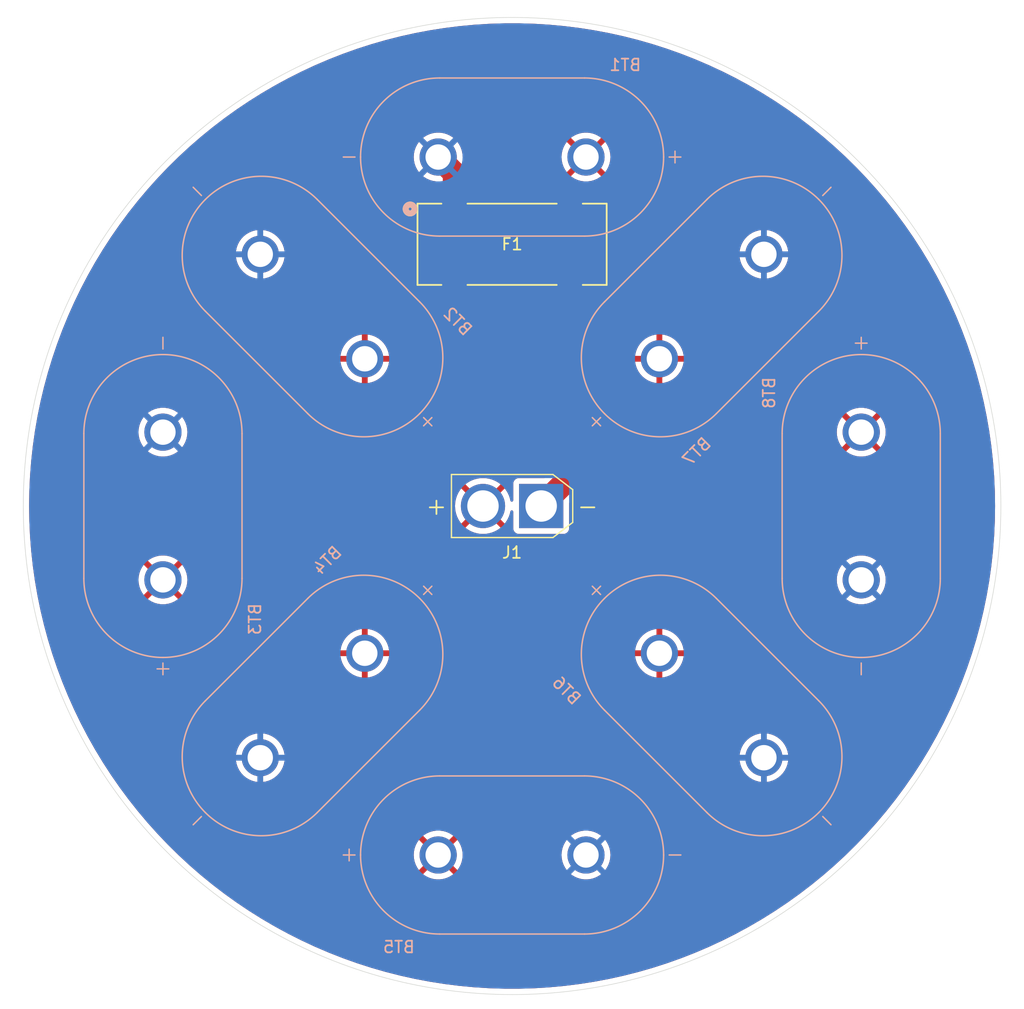
<source format=kicad_pcb>
(kicad_pcb (version 20240108) (generator "pcbnew") (generator_version "8.0")
  (layers (0 "F.Cu" signal) (31 "B.Cu" signal) (34 "B.Paste" user) (35 "F.Paste" user) (36 "B.SilkS" user "B.Silkscreen") (37 "F.SilkS" user "F.Silkscreen") (38 "B.Mask" user) (39 "F.Mask" user) (44 "Edge.Cuts" user))
  (net 0 "")
  (net 1 "+9V")
  (net 2 "GND")
  (net 3 "Net-(J1-Pin_1)")
  (footprint "MINI Fuse Holder Blade:3588_KEY" (layer "F.Cu") (at 150 77.5)
    (property "Reference" "F1" (at 0 0 0) (layer "F.SilkS"))
    (property "Value" "3588")
    (fp_circle (center -8.763 -3.0353) (end -8.382 -3.0353) (stroke (width 0.508)) (fill none) (layer "B.SilkS"))
    (fp_line (start -8.128 -3.4925) (end -8.128 3.4925) (stroke (width 0.1524)) (layer "F.SilkS"))
    (fp_line (start -8.128 3.4925) (end -6.07314 3.4925) (stroke (width 0.1524)) (layer "F.SilkS"))
    (fp_line (start -6.07314 -3.4925) (end -8.128 -3.4925) (stroke (width 0.1524)) (layer "F.SilkS"))
    (fp_line (start -3.83286 3.4925) (end 3.83286 3.4925) (stroke (width 0.1524)) (layer "F.SilkS"))
    (fp_line (start 3.83286 -3.4925) (end -3.83286 -3.4925) (stroke (width 0.1524)) (layer "F.SilkS"))
    (fp_line (start 6.07314 3.4925) (end 8.128 3.4925) (stroke (width 0.1524)) (layer "F.SilkS"))
    (fp_line (start 8.128 -3.4925) (end 6.07314 -3.4925) (stroke (width 0.1524)) (layer "F.SilkS"))
    (fp_line (start 8.128 3.4925) (end 8.128 -3.4925) (stroke (width 0.1524)) (layer "F.SilkS"))
    (fp_circle (center -8.763 -3.0353) (end -8.382 -3.0353) (stroke (width 0.508)) (fill none) (layer "F.SilkS"))
    (pad "1" smd rect (at -4.953 -3.0353) (size 1.5748 2.8194) (layers "F.Cu" "F.Paste" "F.Mask") (net 2 "GND"))
    (pad "2" smd rect (at -4.953 3.0353) (size 1.5748 2.8194) (layers "F.Cu" "F.Paste" "F.Mask") (net 2 "GND"))
    (pad "3" smd rect (at 4.953 -3.0353) (size 1.5748 2.8194) (layers "F.Cu" "F.Paste" "F.Mask") (net 3 "Net-(J1-Pin_1)"))
    (pad "4" smd rect (at 4.953 3.0353) (size 1.5748 2.8194) (layers "F.Cu" "F.Paste" "F.Mask") (net 3 "Net-(J1-Pin_1)"))
  )
  (footprint "Connector_AMASS:AMASS_XT30U-M_1x02_P5.0mm_Vertical" (layer "F.Cu") (at 152.5 100 180)
    (property "Reference" "J1" (at 2.5 -4 0) (layer "F.SilkS"))
    (property "Value" "Conn_01x02_Socket")
    (fp_line (start 7.71 -2.71) (end 7.71 2.71) (stroke (width 0.12)) (layer "F.SilkS"))
    (fp_line (start -1.01 2.71) (end 7.71 2.71) (stroke (width 0.12)) (layer "F.SilkS"))
    (fp_line (start -1.01 -2.71) (end 7.71 -2.71) (stroke (width 0.12)) (layer "F.SilkS"))
    (fp_line (start -2.71 1.41) (end -1.01 2.71) (stroke (width 0.12)) (layer "F.SilkS"))
    (fp_line (start -2.71 -1.41) (end -1.01 -2.71) (stroke (width 0.12)) (layer "F.SilkS"))
    (fp_line (start -2.71 -1.41) (end -2.71 1.41) (stroke (width 0.12)) (layer "F.SilkS"))
    (fp_text user "+" (at 9 0 0) (layer "F.SilkS") (effects (font (size 1.5 1.5))))
    (fp_text user "-" (at -4 0 0) (layer "F.SilkS") (effects (font (size 1.5 1.5))))
    (pad "1" thru_hole rect (at 0 0 180) (size 3.8 3.8) (drill 2.7) (layers "*.Cu" "*.Mask") (net 3 "Net-(J1-Pin_1)"))
    (pad "2" thru_hole circle (at 5 0 180) (size 3.8 3.8) (drill 2.7) (layers "*.Cu" "*.Mask") (net 1 "+9V"))
  )
  (footprint "9V Battery Holder:9V Battery Holder" (layer "B.Cu") (at 180 100 -90)
    (property "Reference" "BT8" (at -9.725 7.915 90) (layer "B.SilkS") (effects (justify mirror)))
    (property "Value" "967")
    (fp_line (start 6.225 6.795) (end -6.225 6.795) (stroke (width 0.127)) (layer "B.SilkS"))
    (fp_line (start -13.5 0) (end -14.5 0) (stroke (width 0.127)) (layer "B.SilkS"))
    (fp_line (start 14.5 0) (end 13.5 0) (stroke (width 0.127)) (layer "B.SilkS"))
    (fp_line (start -14 -0.5) (end -14 0.5) (stroke (width 0.127)) (layer "B.SilkS"))
    (fp_line (start -6.225 -6.795) (end 6.225 -6.795) (stroke (width 0.127)) (layer "B.SilkS"))
    (fp_arc (start -6.225 6.795) (mid -11.029791 4.804791) (end -13.02 0) (stroke (width 0.127)) (layer "B.SilkS"))
    (fp_arc (start -13.02 0) (mid -11.029791 -4.804791) (end -6.225 -6.795) (stroke (width 0.127)) (layer "B.SilkS"))
    (fp_arc (start 13.02 0) (mid 11.029791 4.804791) (end 6.225 6.795) (stroke (width 0.127)) (layer "B.SilkS"))
    (fp_arc (start 6.225 -6.795) (mid 11.029791 -4.804791) (end 13.02 0) (stroke (width 0.127)) (layer "B.SilkS"))
    (pad "N" thru_hole circle (at 6.35 0 270) (size 3.196 3.196) (drill 2.18) (layers "*.Cu" "*.Mask") (net 2 "GND"))
    (pad "P" thru_hole circle (at -6.35 0 270) (size 3.196 3.196) (drill 2.18) (layers "*.Cu" "*.Mask") (net 1 "+9V"))
  )
  (footprint "9V Battery Holder:9V Battery Holder" (layer "B.Cu") (at 167.147339 117.147339 -45)
    (property "Reference" "BT6" (at -9.725 7.915 135) (layer "B.SilkS") (effects (justify mirror)))
    (property "Value" "967")
    (fp_line (start -14 -0.499999) (end -14 0.499999) (stroke (width 0.127)) (layer "B.SilkS"))
    (fp_line (start -13.500001 0) (end -14.5 0) (stroke (width 0.127)) (layer "B.SilkS"))
    (fp_line (start 6.225 6.795) (end -6.225 6.795) (stroke (width 0.127)) (layer "B.SilkS"))
    (fp_line (start -6.225 -6.795) (end 6.225 -6.795) (stroke (width 0.127)) (layer "B.SilkS"))
    (fp_line (start 14.5 0) (end 13.500001 0) (stroke (width 0.127)) (layer "B.SilkS"))
    (fp_arc (start -13.02 0) (mid -11.02979 -4.804789) (end -6.225 -6.795) (stroke (width 0.127)) (layer "B.SilkS"))
    (fp_arc (start -6.225 6.795) (mid -11.029791 4.804791) (end -13.02 0) (stroke (width 0.127)) (layer "B.SilkS"))
    (fp_arc (start 6.225 -6.795) (mid 11.029791 -4.804791) (end 13.02 0) (stroke (width 0.127)) (layer "B.SilkS"))
    (fp_arc (start 13.02 0) (mid 11.02979 4.804789) (end 6.225 6.795) (stroke (width 0.127)) (layer "B.SilkS"))
    (pad "N" thru_hole circle (at 6.35 0 315) (size 3.196 3.196) (drill 2.18) (layers "*.Cu" "*.Mask") (net 2 "GND"))
    (pad "P" thru_hole circle (at -6.35 0 315) (size 3.196 3.196) (drill 2.18) (layers "*.Cu" "*.Mask") (net 1 "+9V"))
  )
  (footprint "9V Battery Holder:9V Battery Holder" (layer "B.Cu") (at 150 129.999999)
    (property "Reference" "BT5" (at -9.725 7.915 0) (layer "B.SilkS") (effects (justify mirror)))
    (property "Value" "967")
    (fp_line (start -14 -0.5) (end -14 0.5) (stroke (width 0.127)) (layer "B.SilkS"))
    (fp_line (start -13.5 0) (end -14.5 0) (stroke (width 0.127)) (layer "B.SilkS"))
    (fp_line (start -6.225 -6.795) (end 6.225 -6.795) (stroke (width 0.127)) (layer "B.SilkS"))
    (fp_line (start 6.225 6.795) (end -6.225 6.795) (stroke (width 0.127)) (layer "B.SilkS"))
    (fp_line (start 14.5 0) (end 13.5 0) (stroke (width 0.127)) (layer "B.SilkS"))
    (fp_arc (start -13.02 0) (mid -11.029791 -4.804791) (end -6.225 -6.795) (stroke (width 0.127)) (layer "B.SilkS"))
    (fp_arc (start -6.225 6.795) (mid -11.029791 4.804791) (end -13.02 0) (stroke (width 0.127)) (layer "B.SilkS"))
    (fp_arc (start 6.225 -6.795) (mid 11.029791 -4.804791) (end 13.02 0) (stroke (width 0.127)) (layer "B.SilkS"))
    (fp_arc (start 13.02 0) (mid 11.029791 4.804791) (end 6.225 6.795) (stroke (width 0.127)) (layer "B.SilkS"))
    (pad "N" thru_hole circle (at 6.35 0) (size 3.196 3.196) (drill 2.18) (layers "*.Cu" "*.Mask") (net 2 "GND"))
    (pad "P" thru_hole circle (at -6.35 0) (size 3.196 3.196) (drill 2.18) (layers "*.Cu" "*.Mask") (net 1 "+9V"))
  )
  (footprint "9V Battery Holder:9V Battery Holder" (layer "B.Cu") (at 120.000001 100 90)
    (property "Reference" "BT3" (at -9.725 7.915 90) (layer "B.SilkS") (effects (justify mirror)))
    (property "Value" "967")
    (fp_line (start -6.225 -6.795) (end 6.225 -6.795) (stroke (width 0.127)) (layer "B.SilkS"))
    (fp_line (start -14 -0.5) (end -14 0.5) (stroke (width 0.127)) (layer "B.SilkS"))
    (fp_line (start 14.5 0) (end 13.5 0) (stroke (width 0.127)) (layer "B.SilkS"))
    (fp_line (start -13.5 0) (end -14.5 0) (stroke (width 0.127)) (layer "B.SilkS"))
    (fp_line (start 6.225 6.795) (end -6.225 6.795) (stroke (width 0.127)) (layer "B.SilkS"))
    (fp_arc (start 6.225 -6.795) (mid 11.029791 -4.804791) (end 13.02 0) (stroke (width 0.127)) (layer "B.SilkS"))
    (fp_arc (start 13.02 0) (mid 11.029791 4.804791) (end 6.225 6.795) (stroke (width 0.127)) (layer "B.SilkS"))
    (fp_arc (start -13.02 0) (mid -11.029791 -4.804791) (end -6.225 -6.795) (stroke (width 0.127)) (layer "B.SilkS"))
    (fp_arc (start -6.225 6.795) (mid -11.029791 4.804791) (end -13.02 0) (stroke (width 0.127)) (layer "B.SilkS"))
    (pad "N" thru_hole circle (at 6.35 0 90) (size 3.196 3.196) (drill 2.18) (layers "*.Cu" "*.Mask") (net 2 "GND"))
    (pad "P" thru_hole circle (at -6.35 0 90) (size 3.196 3.196) (drill 2.18) (layers "*.Cu" "*.Mask") (net 1 "+9V"))
  )
  (footprint "9V Battery Holder:9V Battery Holder" (layer "B.Cu") (at 132.852661 82.852661 135)
    (property "Reference" "BT2" (at -9.725 7.915 135) (layer "B.SilkS") (effects (justify mirror)))
    (property "Value" "967")
    (fp_line (start 14.5 0) (end 13.500001 0) (stroke (width 0.127)) (layer "B.SilkS"))
    (fp_line (start -6.225 -6.795) (end 6.225 -6.795) (stroke (width 0.127)) (layer "B.SilkS"))
    (fp_line (start 6.225 6.795) (end -6.225 6.795) (stroke (width 0.127)) (layer "B.SilkS"))
    (fp_line (start -13.500001 0) (end -14.5 0) (stroke (width 0.127)) (layer "B.SilkS"))
    (fp_line (start -14 -0.499999) (end -14 0.499999) (stroke (width 0.127)) (layer "B.SilkS"))
    (fp_arc (start 13.02 0) (mid 11.02979 4.804789) (end 6.225 6.795) (stroke (width 0.127)) (layer "B.SilkS"))
    (fp_arc (start 6.225 -6.795) (mid 11.029791 -4.804791) (end 13.02 0) (stroke (width 0.127)) (layer "B.SilkS"))
    (fp_arc (start -6.225 6.795) (mid -11.029791 4.804791) (end -13.02 0) (stroke (width 0.127)) (layer "B.SilkS"))
    (fp_arc (start -13.02 0) (mid -11.02979 -4.804789) (end -6.225 -6.795) (stroke (width 0.127)) (layer "B.SilkS"))
    (pad "N" thru_hole circle (at 6.35 0 135) (size 3.196 3.196) (drill 2.18) (layers "*.Cu" "*.Mask") (net 2 "GND"))
    (pad "P" thru_hole circle (at -6.35 0 135) (size 3.196 3.196) (drill 2.18) (layers "*.Cu" "*.Mask") (net 1 "+9V"))
  )
  (footprint "9V Battery Holder:9V Battery Holder" (layer "B.Cu") (at 150 70.000001 180)
    (property "Reference" "BT1" (at -9.725 7.915 0) (layer "B.SilkS") (effects (justify mirror)))
    (property "Value" "967")
    (fp_line (start 14.5 0) (end 13.5 0) (stroke (width 0.127)) (layer "B.SilkS"))
    (fp_line (start 6.225 6.795) (end -6.225 6.795) (stroke (width 0.127)) (layer "B.SilkS"))
    (fp_line (start -6.225 -6.795) (end 6.225 -6.795) (stroke (width 0.127)) (layer "B.SilkS"))
    (fp_line (start -13.5 0) (end -14.5 0) (stroke (width 0.127)) (layer "B.SilkS"))
    (fp_line (start -14 -0.5) (end -14 0.5) (stroke (width 0.127)) (layer "B.SilkS"))
    (fp_arc (start 13.02 0) (mid 11.029791 4.804791) (end 6.225 6.795) (stroke (width 0.127)) (layer "B.SilkS"))
    (fp_arc (start 6.225 -6.795) (mid 11.029791 -4.804791) (end 13.02 0) (stroke (width 0.127)) (layer "B.SilkS"))
    (fp_arc (start -6.225 6.795) (mid -11.029791 4.804791) (end -13.02 0) (stroke (width 0.127)) (layer "B.SilkS"))
    (fp_arc (start -13.02 0) (mid -11.029791 -4.804791) (end -6.225 -6.795) (stroke (width 0.127)) (layer "B.SilkS"))
    (pad "N" thru_hole circle (at 6.35 0 180) (size 3.196 3.196) (drill 2.18) (layers "*.Cu" "*.Mask") (net 2 "GND"))
    (pad "P" thru_hole circle (at -6.35 0 180) (size 3.196 3.196) (drill 2.18) (layers "*.Cu" "*.Mask") (net 1 "+9V"))
  )
  (footprint "9V Battery Holder:9V Battery Holder" (layer "B.Cu") (at 132.852661 117.147339 -135)
    (property "Reference" "BT4" (at -9.725 7.915 45) (layer "B.SilkS") (effects (justify mirror)))
    (property "Value" "967")
    (fp_line (start 14.5 0) (end 13.500001 0) (stroke (width 0.127)) (layer "B.SilkS"))
    (fp_line (start 6.225 6.795) (end -6.225 6.795) (stroke (width 0.127)) (layer "B.SilkS"))
    (fp_line (start -6.225 -6.795) (end 6.225 -6.795) (stroke (width 0.127)) (layer "B.SilkS"))
    (fp_line (start -13.500001 0) (end -14.5 0) (stroke (width 0.127)) (layer "B.SilkS"))
    (fp_line (start -14 -0.499999) (end -14 0.499999) (stroke (width 0.127)) (layer "B.SilkS"))
    (fp_arc (start 13.02 0) (mid 11.02979 4.804789) (end 6.225 6.795) (stroke (width 0.127)) (layer "B.SilkS"))
    (fp_arc (start -6.225 6.795) (mid -11.029791 4.804791) (end -13.02 0) (stroke (width 0.127)) (layer "B.SilkS"))
    (fp_arc (start 6.225 -6.795) (mid 11.029791 -4.804791) (end 13.02 0) (stroke (width 0.127)) (layer "B.SilkS"))
    (fp_arc (start -13.02 0) (mid -11.02979 -4.804789) (end -6.225 -6.795) (stroke (width 0.127)) (layer "B.SilkS"))
    (pad "N" thru_hole circle (at 6.35 0 225) (size 3.196 3.196) (drill 2.18) (layers "*.Cu" "*.Mask") (net 2 "GND"))
    (pad "P" thru_hole circle (at -6.35 0 225) (size 3.196 3.196) (drill 2.18) (layers "*.Cu" "*.Mask") (net 1 "+9V"))
  )
  (footprint "9V Battery Holder:9V Battery Holder" (layer "B.Cu") (at 167.147339 82.852661 45)
    (property "Reference" "BT7" (at -9.725 7.915 45) (layer "B.SilkS") (effects (justify mirror)))
    (property "Value" "967")
    (fp_line (start -14 -0.499999) (end -14 0.499999) (stroke (width 0.127)) (layer "B.SilkS"))
    (fp_line (start -13.500001 0) (end -14.5 0) (stroke (width 0.127)) (layer "B.SilkS"))
    (fp_line (start -6.225 -6.795) (end 6.225 -6.795) (stroke (width 0.127)) (layer "B.SilkS"))
    (fp_line (start 6.225 6.795) (end -6.225 6.795) (stroke (width 0.127)) (layer "B.SilkS"))
    (fp_line (start 14.5 0) (end 13.500001 0) (stroke (width 0.127)) (layer "B.SilkS"))
    (fp_arc (start -13.02 0) (mid -11.02979 -4.804789) (end -6.225 -6.795) (stroke (width 0.127)) (layer "B.SilkS"))
    (fp_arc (start 6.225 -6.795) (mid 11.029791 -4.804791) (end 13.02 0) (stroke (width 0.127)) (layer "B.SilkS"))
    (fp_arc (start -6.225 6.795) (mid -11.029791 4.804791) (end -13.02 0) (stroke (width 0.127)) (layer "B.SilkS"))
    (fp_arc (start 13.02 0) (mid 11.02979 4.804789) (end 6.225 6.795) (stroke (width 0.127)) (layer "B.SilkS"))
    (pad "N" thru_hole circle (at 6.35 0 45) (size 3.196 3.196) (drill 2.18) (layers "*.Cu" "*.Mask") (net 2 "GND"))
    (pad "P" thru_hole circle (at -6.35 0 45) (size 3.196 3.196) (drill 2.18) (layers "*.Cu" "*.Mask") (net 1 "+9V"))
  )
  (gr_circle (center 150 100) (end 150 58) (stroke (width 0.05)) (fill none) (layer "Edge.Cuts"))
  (segment (start 145.047 74.4647) (end 145.047 71.397001) (width 2) (layer "F.Cu") (net 2))
  (segment (start 145.047 71.397001) (end 143.65 70.000001) (width 2) (layer "F.Cu") (net 2))
  (segment (start 145.047 74.4647) (end 145.047 80.5353) (width 2) (layer "F.Cu") (net 2))
  (segment (start 158 94.5) (end 152.5 100) (width 2) (layer "F.Cu") (net 3))
  (segment (start 158 83.5823) (end 158 94.5) (width 2) (layer "F.Cu") (net 3))
  (segment (start 154.953 74.4647) (end 154.953 80.5353) (width 2) (layer "F.Cu") (net 3))
  (segment (start 154.953 80.5353) (end 158 83.5823) (width 2) (layer "F.Cu") (net 3))
  (zone (net 1) (net_name "+9V") (layer "F.Cu") (connect_pads (clearance 0.5)) (min_thickness 0.25) (fill yes (thermal_gap 0.5) (thermal_bridge_width 0.5))
    (polygon (pts (xy 106 56.75) (xy 194 56.5) (xy 194 143.25) (xy 106 143.25)))
  )
  (zone (net 2) (net_name "GND") (layer "B.Cu") (priority 1) (connect_pads (clearance 0.5)) (min_thickness 0.25) (fill yes (thermal_gap 0.5) (thermal_bridge_width 0.5))
    (polygon (pts (xy 106 56.75) (xy 194 56.5) (xy 194 143.25) (xy 106 143.25)))
  )
)
</source>
